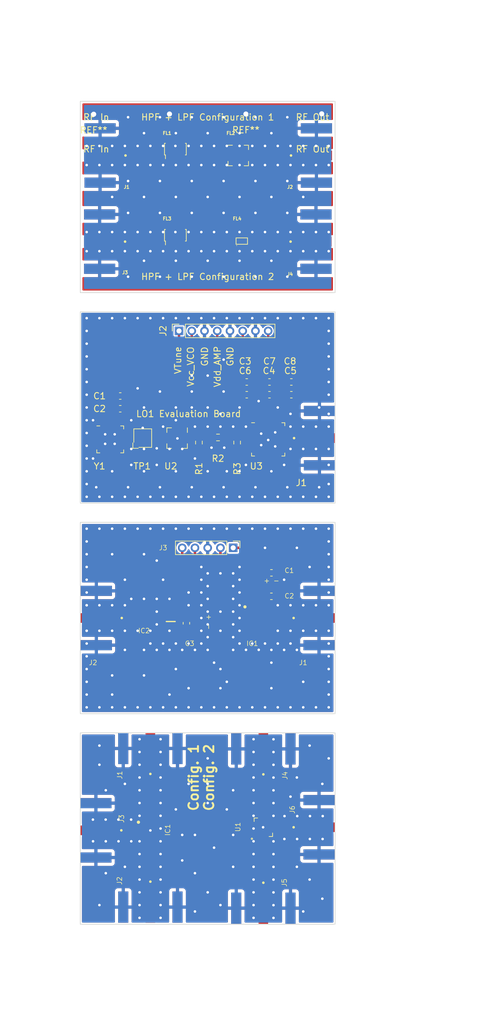
<source format=kicad_pcb>
(kicad_pcb (version 20211014) (generator pcbnew)
  (layers (0 "F.Cu" signal) (31 "B.Cu" signal) (34 "B.Paste" user) (35 "F.Paste" user) (36 "B.SilkS" user "B.Silkscreen") (37 "F.SilkS" user "F.Silkscreen") (38 "B.Mask" user) (39 "F.Mask" user) (44 "Edge.Cuts" user))
  (net 0 "")
  (footprint "Capacitor_SMD:C_0603_1608Metric_Pad1.08x0.95mm_HandSolder" (layer "F.Cu") (at 140 113.6)
    (fp_text reference "C2")
    (fp_text value "10 nF")
  )
  (footprint "SamacSys_Parts:QFN51P300X300X89-13N" (layer "F.Cu") (at 121.000011 150.282499)
    (fp_text reference "IC1")
    (fp_text value "MDB-44H+" hide)
  )
  (footprint "SamacSys_Parts:SOP65P488X110-9N" (layer "F.Cu") (at 122 116 180)
    (fp_text reference "IC2")
    (fp_text value "HMC358MS8GE" hide)
  )
  (footprint "Capacitor_SMD:C_0603_1608Metric" (layer "F.Cu") (at 116.272501 82.200001)
    (fp_text reference "C1")
    (fp_text value "10 nF")
  )
  (footprint "GGS_Connectors:LINX_CONSMA020.062-G" (layer "F.Cu") (at 138.74 164.9325)
    (fp_text reference "J5")
    (fp_text value "SMA")
  )
  (footprint "Resistor_SMD:R_0603_1608Metric" (layer "F.Cu") (at 131.6225 88.7)
    (fp_text reference "R2")
    (fp_text value "50 R")
  )
  (footprint "GGS_Connectors:LINX_CONSMA020.062-G" (layer "F.Cu") (at 110 150.2825 -90)
    (fp_text reference "J3")
    (fp_text value "SMA")
  )
  (footprint "GGS_Connectors:LINX_CONSMA020.062-G" (layer "F.Cu") (at 138.74 135.0675 180)
    (fp_text reference "J4")
    (fp_text value "SMA")
  )
  (footprint "Capacitor_SMD:C_0603_1608Metric" (layer "F.Cu") (at 139.7 82)
    (fp_text reference "C4")
    (fp_text value "100 pF")
  )
  (footprint "Package_DFN_QFN:QFN-32-1EP_5x5mm_P0.5mm_EP3.6x3.6mm" (layer "F.Cu") (at 139.499992 89)
    (fp_text reference "U3")
    (fp_text value "HMC516")
  )
  (footprint "Resistor_SMD:R_0603_1608Metric" (layer "F.Cu") (at 134.6225 89.5 90)
    (fp_text reference "R3")
    (fp_text value "100 R")
  )
  (footprint "GGS_Connectors:LINX_CONSMA020.062-G" (layer "F.Cu") (at 149.9325 117 90)
    (fp_text reference "J1")
    (fp_text value "SMA")
  )
  (footprint "GGS_RF:JC0603C-1" (layer "F.Cu") (at 134.55301 58.315999)
    (fp_text reference "FL4")
    (fp_text value "LFCW-8000+")
  )
  (footprint "Package_DFN_QFN:QFN-24-1EP_4x4mm_P0.5mm_EP2.7x2.7mm" (layer "F.Cu") (at 114.697501 89)
    (fp_text reference "Y1")
    (fp_text value "HMC506LP4")
  )
  (footprint "Capacitor_SMD:C_0603_1608Metric" (layer "F.Cu") (at 136.1325 80 180)
    (fp_text reference "C6")
    (fp_text value "2.2 uF")
  )
  (footprint "SamacSys_Parts:QFN50P400X400X100-25N" (layer "F.Cu") (at 138.250007 117.249999)
    (fp_text reference "IC1")
    (fp_text value "HMC506LP4E" hide)
  )
  (footprint "GGS_Miscellaneous:Grapa_0.8mm_11.9mm" (layer "F.Cu") (at 136 41)
    (fp_text reference "REF**")
    (fp_text value "Grapa_0.8mm_11.9mm")
  )
  (footprint "Capacitor_SMD:C_0603_1608Metric" (layer "F.Cu") (at 143.1325 82)
    (fp_text reference "C8")
    (fp_text value "2.2 uF")
  )
  (footprint "Capacitor_SMD:C_0603_1608Metric" (layer "F.Cu") (at 116.272501 84.200001)
    (fp_text reference "C2")
    (fp_text value "4.7 uF")
  )
  (footprint "Connector_PinHeader_2.00mm:PinHeader_1x05_P2.00mm_Vertical" (layer "F.Cu") (at 134 106 -90)
    (fp_text reference "J3")
    (fp_text value "Conn_01x05")
  )
  (footprint "GGS_Connectors:LINX_CONSMA020.062-G" (layer "F.Cu") (at 149.4525 58 90)
    (fp_text reference "J4")
    (fp_text value "SMA")
  )
  (footprint "Package_DFN_QFN:QFN-12-1EP_3x3mm_P0.5mm_EP1.65x1.65mm" (layer "F.Cu") (at 125.2 88.8 -90)
    (fp_text reference "U2")
    (fp_text value "CY2-44+")
  )
  (footprint "GGS_Miscellaneous:Grapa_0.8mm_11.9mm" (layer "F.Cu") (at 112.1 41.032701)
    (fp_text reference "REF**")
    (fp_text value "Grapa_0.8mm_11.9mm")
  )
  (footprint "Capacitor_SMD:C_0603_1608Metric" (layer "F.Cu") (at 143.1325 80)
    (fp_text reference "C5")
    (fp_text value "100 pF")
  )
  (footprint "Resistor_SMD:R_0603_1608Metric" (layer "F.Cu") (at 128.6225 89.5 -90)
    (fp_text reference "R1")
    (fp_text value "100 R")
  )
  (footprint "GGS_Connectors:LINX_CONSMA020.062-G" (layer "F.Cu") (at 150 88.8 90)
    (fp_text reference "J1")
    (fp_text value "SMA")
  )
  (footprint "GGS_Connectors:LINX_CONSMA020.062-G" (layer "F.Cu") (at 121 135 180)
    (fp_text reference "J1")
    (fp_text value "SMA")
  )
  (footprint "GGS_Connectors:LINX_CONSMA020.062-G" (layer "F.Cu") (at 149.9325 149.8 90)
    (fp_text reference "J6")
    (fp_text value "SMA")
  )
  (footprint "GGS_Connectors:LINX_CONSMA020.062-G" (layer "F.Cu") (at 149.52 44.5 90)
    (fp_text reference "J2")
    (fp_text value "SMA" hide)
  )
  (footprint "GGS_Connectors:LINX_CONSMA020.062-G" (layer "F.Cu") (at 110.5875 58 -90)
    (fp_text reference "J3")
    (fp_text value "SMA")
  )
  (footprint "Package_DFN_QFN:QFN-12-1EP_3x3mm_P0.51mm_EP1.45x1.45mm" (layer "F.Cu") (at 134.8 44.499998)
    (fp_text reference "FL2")
    (fp_text value "XLF-962+")
  )
  (footprint "Mixer_2:HMC260ALC3B" (layer "F.Cu") (at 138.740006 149.800001 90)
    (fp_text reference "U1")
    (fp_text value "HMC260ALC3B")
  )
  (footprint "GGS_Connectors:LINX_CONSMA020.062-G" (layer "F.Cu") (at 121 164.765)
    (fp_text reference "J2")
    (fp_text value "SMA")
  )
  (footprint "Capacitor_SMD:C_0603_1608Metric" (layer "F.Cu") (at 139.7 80)
    (fp_text reference "C7")
    (fp_text value "2.2 uF")
  )
  (footprint "Capacitor_SMD:C_0603_1608Metric_Pad1.08x0.95mm_HandSolder" (layer "F.Cu") (at 140.01 109.92)
    (fp_text reference "C1")
    (fp_text value "4.7 uF")
  )
  (footprint "Filter:Filter_Mini-Circuits_FV1206-1" (layer "F.Cu") (at 124.928333 57 90)
    (fp_text reference "FL3")
    (fp_text value "HFCN-5500")
  )
  (footprint "Capacitor_SMD:C_0603_1608Metric" (layer "F.Cu") (at 136.1325 82 180)
    (fp_text reference "C3")
    (fp_text value "100 pF")
  )
  (footprint "GGS_Connectors:LINX_CONSMA020.062-G" (layer "F.Cu") (at 110.655 44.5 -90)
    (fp_text reference "J1")
    (fp_text value "SMA" hide)
  )
  (footprint "GGS_Connectors:CoaxialSwitch_Hirose_MS-156C3_Horizontal" (layer "F.Cu") (at 119.8 88.800001)
    (fp_text reference "TP1")
    (fp_text value "MS-156C")
  )
  (footprint "Capacitor_SMD:C_0603_1608Metric_Pad1.08x0.95mm_HandSolder" (layer "F.Cu") (at 126.66 117.82 -90)
    (fp_text reference "C3")
    (fp_text value "10 uF")
  )
  (footprint "Connector_PinSocket_2.00mm:PinSocket_1x08_P2.00mm_Vertical" (layer "F.Cu") (at 125.5 72 90)
    (fp_text reference "J2")
    (fp_text value "Conn_01x08")
  )
  (footprint "Filter:Filter_Mini-Circuits_FV1206-1" (layer "F.Cu") (at 124.928333 43.500001 90)
    (fp_text reference "FL1")
    (fp_text value "HFCN-5500")
  )
  (footprint "GGS_Connectors:LINX_CONSMA020.062-G" (layer "F.Cu") (at 110.0675 117 -90)
    (fp_text reference "J2")
    (fp_text value "SMA")
  )
  (gr_rect (start 110 36) (end 150 66) (layer "Edge.Cuts") (width 0.1) (fill none))
  (gr_rect (start 110 99) (end 150 69) (layer "Edge.Cuts") (width 0.1) (fill none))
  (gr_rect (start 110 165) (end 150 135) (layer "Edge.Cuts") (width 0.1) (fill none))
  (gr_rect (start 150 102) (end 110 132) (layer "Edge.Cuts") (width 0.1) (fill none))
  (gr_text "+ -" (at 140.03 111.14) (layer "F.SilkS") (effects (font (size 0.75 0.75) (thickness 0.1))))
  (gr_text "HPF + LPF Configuration 2" (at 130 63.5) (layer "F.SilkS") (effects (font (size 1 1))))
  (gr_text "Vcc_VCO" (at 127.33 77.6 90) (layer "F.SilkS") (effects (font (size 1 1))))
  (gr_text "GND" (at 129.53 76 90) (layer "F.SilkS") (effects (font (size 1 1))))
  (gr_text "LO1 Evaluation Board" (at 127 85) (layer "F.SilkS") (effects (font (size 1 1))))
  (gr_text "GND" (at 133.53 76 90) (layer "F.SilkS") (effects (font (size 1 1))))
  (gr_text "Config. 1\nConfig. 2" (at 129 142 90) (layer "F.SilkS") (effects (font (size 1.5 1.5) (thickness 0.3))))
  (gr_text "HPF + LPF Configuration 1" (at 130 38.5) (layer "F.SilkS") (effects (font (size 1 1))))
  (gr_text "+ -" (at 130.21 117.62 270) (layer "F.SilkS") (effects (font (size 0.75 0.75) (thickness 0.1))))
  (gr_text "RF In" (at 112.5 38.5) (layer "F.SilkS") (effects (font (size 1.016 1.016) (thickness 0.1524))))
  (gr_text "Vdd_AMP" (at 131.53 77.6 90) (layer "F.SilkS") (effects (font (size 1 1))))
  (gr_text "VTune" (at 125.33 76.6 90) (layer "F.SilkS") (effects (font (size 1 1))))
  (gr_text "RF In" (at 112.5 43.5) (layer "F.SilkS") (effects (font (size 1.016 1.016) (thickness 0.1524))))
  (gr_text "RF Out" (at 146.464 43.5) (layer "F.SilkS") (effects (font (size 1.016 1.016) (thickness 0.1524))))
  (gr_text "RF Out" (at 146.464 38.5) (layer "F.SilkS") (effects (font (size 1.016 1.016) (thickness 0.1524))))
  (segment (start 136.9075 84.025) (end 136.9075 82) (width 0.381) (layer "F.Cu") (net 0))
  (segment (start 115.447501 87.0375) (end 115.447501 80.975001) (width 0.381) (layer "F.Cu") (net 0))
  (segment (start 139.034966 113.56) (end 139.000007 113.594959) (width 0.4) (layer "F.Cu") (net 0))
  (segment (start 132 107.5) (end 132 106) (width 0.4) (layer "F.Cu") (net 0))
  (segment (start 118.025 116.975) (end 119.8 116.975) (width 0.4) (layer "F.Cu") (net 0))
  (segment (start 138.925 78.825) (end 135.5 75.4) (width 0.381) (layer "F.Cu") (net 0))
  (segment (start 126.66 116.9575) (end 126.9575 116.9575) (width 0.4) (layer "F.Cu") (net 0))
  (segment (start 113.3875 58) (end 123.578603 58) (width 1.58242) (layer "F.Cu") (net 0))
  (segment (start 138.000007 115.199999) (end 138.000007 110.000007) (width 0.4) (layer "F.Cu") (net 0))
  (segment (start 132.5 108) (end 132 107.5) (width 0.4) (layer "F.Cu") (net 0))
  (segment (start 118.689999 88.75) (end 118.74 88.800001) (width 0.381) (layer "F.Cu") (net 0))
  (segment (start 134.62801 57.915999) (end 134.173999 57.915999) (width 0.254) (layer "F.Cu") (net 0))
  (segment (start 131.5 73.43375) (end 131.5 72) (width 0.381) (layer "F.Cu") (net 0))
  (segment (start 135.774999 88.749999) (end 135.7 88.675) (width 0.4) (layer "F.Cu") (net 0))
  (segment (start 123.3 76.7) (end 125.5 74.5) (width 0.381) (layer "F.Cu") (net 0))
  (segment (start 138.749988 85.867488) (end 136.9075 84.025) (width 0.381) (layer "F.Cu") (net 0))
  (segment (start 138.749988 86.549999) (end 138.749988 85.867488) (width 0.381) (layer "F.Cu") (net 0))
  (segment (start 136 108) (end 132.5 108) (width 0.4) (layer "F.Cu") (net 0))
  (segment (start 118 90.5) (end 118.884999 89.615001) (width 0.4) (layer "F.Cu") (net 0))
  (segment (start 119.8 87.2) (end 119.8 86.4) (width 0.4) (layer "F.Cu") (net 0))
  (segment (start 135.35301 57.590999) (end 135.35301 56.53701) (width 0.4) (layer "F.Cu") (net 0))
  (segment (start 118 90.5) (end 118 90) (width 0.4) (layer "F.Cu") (net 0))
  (segment (start 146.6525 58) (end 136.67 58) (width 1.58242) (layer "F.Cu") (net 0))
  (segment (start 147.1325 117) (end 142 117) (width 1.62306) (layer "F.Cu") (net 0))
  (segment (start 126.6625 88.8) (end 127.776261 88.8) (width 0.4) (layer "F.Cu") (net 0))
  (segment (start 142.3575 78.8575) (end 139.5 76) (width 0.381) (layer "F.Cu") (net 0))
  (segment (start 112.8675 117) (end 118 117) (width 1.62306) (layer "F.Cu") (net 0))
  (segment (start 139.044966 113.55) (end 139.034966 113.56) (width 0.4) (layer "F.Cu") (net 0))
  (segment (start 119.8 87.985001) (end 119.8 87.4) (width 0.4) (layer "F.Cu") (net 0))
  (segment (start 125.918333 58.025) (end 126.663 58.025) (width 0.254) (layer "F.Cu") (net 0))
  (segment (start 114.447501 87.0375) (end 114.447501 79.252499) (width 0.381) (layer "F.Cu") (net 0))
  (segment (start 124.2 116.975) (end 126.6425 116.975) (width 0.4) (layer "F.Cu") (net 0))
  (segment (start 119.8 87.4) (end 119.8 87.2) (width 0.4) (layer "F.Cu") (net 0))
  (segment (start 138.74 147) (end 138.740006 147.000006) (width 0.4) (layer "F.Cu") (net 0))
  (segment (start 139.044966 109.88) (end 139.044966 113.55) (width 0.4) (layer "F.Cu") (net 0))
  (segment (start 137 118.5) (end 138.25 117.25) (width 0.25) (layer "F.Cu") (net 0))
  (segment (start 126 114.975) (end 126 106) (width 0.4) (layer "F.Cu") (net 0))
  (segment (start 140.749988 85.632512) (end 142.3575 84.025) (width 0.381) (layer "F.Cu") (net 0))
  (segment (start 142.3575 80) (end 142.3575 78.8575) (width 0.381) (layer "F.Cu") (net 0))
  (segment (start 127.5 74.6) (end 127.5 72) (width 0.381) (layer "F.Cu") (net 0))
  (segment (start 138.740006 147.000006) (end 138.740006 148.300001) (width 0.4) (layer "F.Cu") (net 0))
  (segment (start 139.5 76) (end 139.5 72) (width 0.381) (layer "F.Cu") (net 0))
  (segment (start 113.455 44.5) (end 123.298 44.5) (width 1.58242) (layer "F.Cu") (net 0))
  (segment (start 139.000007 113.594959) (end 139.000007 115.199999) (width 0.4) (layer "F.Cu") (net 0))
  (segment (start 125.5 74.5) (end 125.5 72) (width 0.381) (layer "F.Cu") (net 0))
  (segment (start 118.285989 150.282499) (end 118.28349 150.28) (width 0.4) (layer "F.Cu") (net 0))
  (segment (start 126.764 44.525001) (end 132.149749 44.525001) (width 1.58242) (layer "F.Cu") (net 0))
  (segment (start 137 106) (end 134 106) (width 0.4) (layer "F.Cu") (net 0))
  (segment (start 130.3 88.7) (end 127.876261 88.7) (width 1.4732) (layer "F.Cu") (net 0))
  (segment (start 125.2 88.8) (end 124.5 89.5) (width 0.4) (layer "F.Cu") (net 0))
  (segment (start 118 117) (end 118.025 116.975) (width 0.4) (layer "F.Cu") (net 0))
  (segment (start 139.5 118.5) (end 138.25 117.25) (width 0.25) (layer "F.Cu") (net 0))
  (segment (start 138.925 84.2925) (end 138.925 80) (width 0.381) (layer "F.Cu") (net 0))
  (segment (start 138.74 162.1325) (end 138.74 152.63) (width 1.52654) (layer "F.Cu") (net 0))
  (segment (start 135.7 88.675) (end 132.925 88.675) (width 1.4732) (layer "F.Cu") (net 0))
  (segment (start 121.000011 151.732499) (end 121.000011 153.039989) (width 0.4) (layer "F.Cu") (net 0))
  (segment (start 115.447501 80.975001) (end 117.422502 79) (width 0.381) (layer "F.Cu") (net 0))
  (segment (start 118.884999 89.615001) (end 119.8 89.615001) (width 0.4) (layer "F.Cu") (net 0))
  (segment (start 135.35301 57.590999) (end 135.35301 58.98699) (width 0.4) (layer "F.Cu") (net 0))
  (segment (start 114.447501 79.252499) (end 117 76.7) (width 0.381) (layer "F.Cu") (net 0))
  (segment (start 137.049988 88.749999) (end 135.774999 88.749999) (width 0.4) (layer "F.Cu") (net 0))
  (segment (start 123.7375 88.8) (end 122.5 88.8) (width 0.4) (layer "F.Cu") (net 0))
  (segment (start 121.000011 153.039989) (end 121 153.04) (width 0.4) (layer "F.Cu") (net 0))
  (segment (start 120.715001 89.615001) (end 119.8 89.615001) (width 0.4) (layer "F.Cu") (net 0))
  (segment (start 125.25 88.85) (end 125.9 89.5) (width 0.4) (layer "F.Cu") (net 0))
  (segment (start 125.2 88.8) (end 125.9 88.1) (width 0.4) (layer "F.Cu") (net 0))
  (segment (start 143.27 88.77) (end 141.932505 88.77) (width 0.4) (layer "F.Cu") (net 0))
  (segment (start 117.8 88.75) (end 117.9 88.75) (width 1.4732) (layer "F.Cu") (net 0))
  (segment (start 124.5 88.1) (end 124.5 87.4) (width 0.4) (layer "F.Cu") (net 0))
  (segment (start 140.749988 86.549999) (end 140.749988 85.632512) (width 0.381) (layer "F.Cu") (net 0))
  (segment (start 117 76.7) (end 117.322501 76.7) (width 0.381) (layer "F.Cu") (net 0))
  (segment (start 125.2 88.8) (end 125.25 88.85) (width 0.4) (layer "F.Cu") (net 0))
  (segment (start 125.2 88.8) (end 124.5 88.1) (width 0.4) (layer "F.Cu") (net 0))
  (segment (start 119.8 87.985001) (end 120.514999 87.985001) (width 0.4) (layer "F.Cu") (net 0))
  (segment (start 137.432 44.5) (end 137.431998 44.499998) (width 0.254) (layer "F.Cu") (net 0))
  (segment (start 120.514999 87.985001) (end 121.6 86.9) (width 0.4) (layer "F.Cu") (net 0))
  (segment (start 137.431998 44.499998) (end 136.2375 44.499998) (width 0.254) (layer "F.Cu") (net 0))
  (segment (start 125.9 88.1) (end 125.9 87.3) (width 0.4) (layer "F.Cu") (net 0))
  (segment (start 122 90.9) (end 120.715001 89.615001) (width 0.4) (layer "F.Cu") (net 0))
  (segment (start 136.9075 82) (end 136.9075 80) (width 0.381) (layer "F.Cu") (net 0))
  (segment (start 140.300007 116.999999) (end 142 117) (width 0.4) (layer "F.Cu") (net 0))
  (segment (start 126.6425 116.975) (end 126.66 116.9575) (width 0.4) (layer "F.Cu") (net 0))
  (segment (start 125.3 115.675) (end 126 114.975) (width 0.4) (layer "F.Cu") (net 0))
  (segment (start 146.72 44.5) (end 137.432 44.5) (width 1.58242) (layer "F.Cu") (net 0))
  (segment (start 143.3 88.8) (end 143.27 88.77) (width 0.4) (layer "F.Cu") (net 0))
  (segment (start 139.044966 109.88) (end 139.044966 108.044966) (width 0.4) (layer "F.Cu") (net 0))
  (segment (start 121 137.8) (end 121 147.56) (width 1.4732) (layer "F.Cu") (net 0))
  (segment (start 121.000011 147.600011) (end 121.000011 148.832499) (width 0.4) (layer "F.Cu") (net 0))
  (segment (start 140.240006 149.800001) (end 141.640001 149.800001) (width 0.4) (layer "F.Cu") (net 0))
  (segment (start 119.8 89.615001) (end 119.8 87.4) (width 0.4) (layer "F.Cu") (net 0))
  (segment (start 139.749988 85.117488) (end 139.749988 86.549999) (width 0.381) (layer "F.Cu") (net 0))
  (segment (start 119.085001 87.985001) (end 117.9 86.8) (width 0.4) (layer "F.Cu") (net 0))
  (segment (start 124.5 89.5) (end 124.5 90.4) (width 0.4) (layer "F.Cu") (net 0))
  (segment (start 117.3 76.7) (end 123.3 76.7) (width 0.381) (layer "F.Cu") (net 0))
  (segment (start 121.7 88.8) (end 122.5 88.8) (width 1.4732) (layer "F.Cu") (net 0))
  (segment (start 136.9075 80) (end 136.9075 78.84125) (width 0.381) (layer "F.Cu") (net 0))
  (segment (start 135.5 75.4) (end 135.5 72) (width 0.381) (layer "F.Cu") (net 0))
  (segment (start 119.8 87.985001) (end 119.085001 87.985001) (width 0.4) (layer "F.Cu") (net 0))
  (segment (start 121 161.965) (end 121 153.04) (width 1.54178) (layer "F.Cu") (net 0))
  (segment (start 147.1325 149.8) (end 141.68 149.8) (width 1.59258) (layer "F.Cu") (net 0))
  (segment (start 124.2 115.675) (end 125.3 115.675) (width 0.4) (layer "F.Cu") (net 0))
  (segment (start 139.044966 108.044966) (end 137 106) (width 0.4) (layer "F.Cu") (net 0))
  (segment (start 147.2 88.8) (end 143.5 88.8) (width 1.4732) (layer "F.Cu") (net 0))
  (segment (start 119.550011 150.282499) (end 118.285989 150.282499) (width 0.4) (layer "F.Cu") (net 0))
  (segment (start 138.740006 152.610006) (end 138.740006 151.300001) (width 0.4) (layer "F.Cu") (net 0))
  (segment (start 123.1 79) (end 127.5 74.6) (width 0.381) (layer "F.Cu") (net 0))
  (segment (start 136.9075 78.84125) (end 131.5 73.43375) (width 0.381) (layer "F.Cu") (net 0))
  (segment (start 112.8 150.2825) (end 118.28099 150.2825) (width 1.58242) (layer "F.Cu") (net 0))
  (segment (start 128 115.915) (end 128 106) (width 0.4) (layer "F.Cu") (net 0))
  (segment (start 126.764 58.126) (end 133.876 58.126) (width 1.58242) (layer "F.Cu") (net 0))
  (segment (start 125.9 89.5) (end 125.9 90.3) (width 0.4) (layer "F.Cu") (net 0))
  (segment (start 118.28099 150.2825) (end 118.28349 150.28) (width 1.58242) (layer "F.Cu") (net 0))
  (segment (start 123.608 58) (end 123.624 58.016) (width 0.84074) (layer "F.Cu") (net 0))
  (segment (start 127.776261 88.8) (end 127.876261 88.7) (width 0.4) (layer "F.Cu") (net 0))
  (segment (start 138.000007 110.000007) (end 136 108) (width 0.4) (layer "F.Cu") (net 0))
  (segment (start 139.749988 85.117488) (end 138.925 84.2925) (width 0.381) (layer "F.Cu") (net 0))
  (segment (start 142.3575 84.025) (end 142.3575 80) (width 0.381) (layer "F.Cu") (net 0))
  (segment (start 138.925 80) (end 138.925 78.825) (width 0.381) (layer "F.Cu") (net 0))
  (segment (start 133.3625 44.499998) (end 132.770002 44.499998) (width 0.254) (layer "F.Cu") (net 0))
  (segment (start 126.9575 116.9575) (end 128 115.915) (width 0.4) (layer "F.Cu") (net 0))
  (segment (start 138.74 137.8675) (end 138.74 147) (width 1.4732) (layer "F.Cu") (net 0))
  (segment (start 117.5 79) (end 123.1 79) (width 0.381) (layer "F.Cu") (net 0))
  (segment (start 125.918333 44.525001) (end 126.764 44.525001) (width 0.254) (layer "F.Cu") (net 0))
  (via (at 138.4 88.1) (size 0.8) (drill 0.4) (layers "F.Cu" "B.Cu") (net 0))
  (via (at 133 59.5) (size 0.8) (drill 0.4) (layers "F.Cu" "B.Cu") (net 0))
  (via (at 127 59.5) (size 0.8) (drill 0.4) (layers "F.Cu" "B.Cu") (net 0))
  (via (at 111 56.5) (size 0.8) (drill 0.4) (layers "F.Cu" "B.Cu") (net 0))
  (via (at 149 121) (size 0.8) (drill 0.4) (layers "F.Cu" "B.Cu") (net 0))
  (via (at 130 112) (size 0.8) (drill 0.4) (layers "F.Cu" "B.Cu") (net 0))
  (via (at 144 122) (size 0.8) (drill 0.4) (layers "F.Cu" "B.Cu") (net 0))
  (via (at 124.928333 56.5) (size 0.8) (drill 0.4) (layers "F.Cu" "B.Cu") (net 0))
  (via (at 114 157) (size 0.8) (drill 0.4) (layers "F.Cu" "B.Cu") (net 0))
  (via (at 137 70) (size 0.8) (drill 0.4) (layers "F.Cu" "B.Cu") (net 0))
  (via (at 125 86) (size 0.8) (drill 0.4) (layers "F.Cu" "B.Cu") (net 0))
  (via (at 146 137) (size 0.8) (drill 0.4) (layers "F.Cu" "B.Cu") (net 0))
  (via (at 145 59.5) (size 0.8) (drill 0.4) (layers "F.Cu" "B.Cu") (net 0))
  (via (at 115 51) (size 0.8) (drill 0.4) (layers "F.Cu" "B.Cu") (net 0))
  (via (at 125 121) (size 0.8) (drill 0.4) (layers "F.Cu" "B.Cu") (net 0))
  (via (at 122.5 53.5) (size 0.8) (drill 0.4) (layers "F.Cu" "B.Cu") (net 0))
  (via (at 119 59.5) (size 0.8) (drill 0.4) (layers "F.Cu" "B.Cu") (net 0))
  (via (at 138.4 89.9) (size 0.8) (drill 0.4) (layers "F.Cu" "B.Cu") (net 0))
  (via (at 130 79) (size 0.8) (drill 0.4) (layers "F.Cu" "B.Cu") (net 0))
  (via (at 121 131) (size 0.8) (drill 0.4) (layers "F.Cu" "B.Cu") (net 0))
  (via (at 111 127) (size 0.8) (drill 0.4) (layers "F.Cu" "B.Cu") (net 0))
  (via (at 133 94) (size 0.8) (drill 0.4) (layers "F.Cu" "B.Cu") (net 0))
  (via (at 149 82) (size 0.8) (drill 0.4) (layers "F.Cu" "B.Cu") (net 0))
  (via (at 125 51) (size 0.8) (drill 0.4) (layers "F.Cu" "B.Cu") (net 0))
  (via (at 140 61) (size 0.8) (drill 0.4) (layers "F.Cu" "B.Cu") (net 0))
  (via (at 130 139) (size 0.8) (drill 0.4) (layers "F.Cu" "B.Cu") (net 0))
  (via (at 129 113) (size 0.8) (drill 0.4) (layers "F.Cu" "B.Cu") (net 0))
  (via (at 119 46) (size 0.8) (drill 0.4) (layers "F.Cu" "B.Cu") (net 0))
  (via (at 139 131) (size 0.8) (drill 0.4) (layers "F.Cu" "B.Cu") (net 0))
  (via (at 112 86) (size 0.8) (drill 0.4) (layers "F.Cu" "B.Cu") (net 0))
  (via (at 111 72) (size 0.8) (drill 0.4) (layers "F.Cu" "B.Cu") (net 0))
  (via (at 145 127) (size 0.8) (drill 0.4) (layers "F.Cu" "B.Cu") (net 0))
  (via (at 135 115) (size 0.8) (drill 0.4) (layers "F.Cu" "B.Cu") (net 0))
  (via (at 140.33 162.01) (size 0.8) (drill 0.4) (layers "F.Cu" "B.Cu") (net 0))
  (via (at 149 70) (size 0.8) (drill 0.4) (layers "F.Cu" "B.Cu") (net 0))
  (via (at 149 93) (size 0.8) (drill 0.4) (layers "F.Cu" "B.Cu") (net 0))
  (via (at 111 115) (size 0.8) (drill 0.4) (layers "F.Cu" "B.Cu") (net 0))
  (via (at 140.33 156.01) (size 0.8) (drill 0.4) (layers "F.Cu" "B.Cu") (net 0))
  (via (at 122 118) (size 0.8) (drill 0.4) (layers "F.Cu" "B.Cu") (net 0))
  (via (at 121 56.5) (size 0.8) (drill 0.4) (layers "F.Cu" "B.Cu") (net 0))
  (via (at 121 70) (size 0.8) (drill 0.4) (layers "F.Cu" "B.Cu") (net 0))
  (via (at 145 131) (size 0.8) (drill 0.4) (layers "F.Cu" "B.Cu") (net 0))
  (via (at 111 80) (size 0.8) (drill 0.4) (layers "F.Cu" "B.Cu") (net 0))
  (via (at 122.6 146) (size 0.8) (drill 0.4) (layers "F.Cu" "B.Cu") (net 0))
  (via (at 131 59.5) (size 0.8) (drill 0.4) (layers "F.Cu" "B.Cu") (net 0))
  (via (at 127 143) (size 0.8) (drill 0.4) (layers "F.Cu" "B.Cu") (net 0))
  (via (at 112 92) (size 0.8) (drill 0.4) (layers "F.Cu" "B.Cu") (net 0))
  (via (at 149 85) (size 0.8) (drill 0.4) (layers "F.Cu" "B.Cu") (net 0))
  (via (at 124.928333 43) (size 0.8) (drill 0.4) (layers "F.Cu" "B.Cu") (net 0))
  (via (at 137 131) (size 0.8) (drill 0.4) (layers "F.Cu" "B.Cu") (net 0))
  (via (at 147 46) (size 0.8) (drill 0.4) (layers "F.Cu" "B.Cu") (net 0))
  (via (at 125 125) (size 0.8) (drill 0.4) (layers "F.Cu" "B.Cu") (net 0))
  (via (at 115 126) (size 0.8) (drill 0.4) (layers "F.Cu" "B.Cu") (net 0))
  (via (at 133 147) (size 0.8) (drill 0.4) (layers "F.Cu" "B.Cu") (net 0))
  (via (at 137 46) (size 0.8) (drill 0.4) (layers "F.Cu" "B.Cu") (net 0))
  (via (at 111 98) (size 0.8) (drill 0.4) (layers "F.Cu" "B.Cu") (net 0))
  (via (at 122.6 154) (size 0.8) (drill 0.4) (layers "F.Cu" "B.Cu") (net 0))
  (via (at 149 59.5) (size 0.8) (drill 0.4) (layers "F.Cu" "B.Cu") (net 0))
  (via (at 145 103) (size 0.8) (drill 0.4) (layers "F.Cu" "B.Cu") (net 0))
  (via (at 139 59.5) (size 0.8) (drill 0.4) (layers "F.Cu" "B.Cu") (net 0))
  (via (at 119.3 140) (size 0.8) (drill 0.4) (layers "F.Cu" "B.Cu") (net 0))
  (via (at 137 59.5) (size 0.8) (drill 0.4) (layers "F.Cu" "B.Cu") (net 0))
  (via (at 132.5 96.5) (size 0.8) (drill 0.4) (layers "F.Cu" "B.Cu") (net 0))
  (via (at 119.3 136) (size 0.8) (drill 0.4) (layers "F.Cu" "B.Cu") (net 0))
  (via (at 134 120) (size 0.8) (drill 0.4) (layers "F.Cu" "B.Cu") (net 0))
  (via (at 117 122) (size 0.8) (drill 0.4) (layers "F.Cu" "B.Cu") (net 0))
  (via (at 127.5 63.5) (size 0.8) (drill 0.4) (layers "F.Cu" "B.Cu") (net 0))
  (via (at 140.33 152.01) (size 0.8) (drill 0.4) (layers "F.Cu" "B.Cu") (net 0))
  (via (at 127 115) (size 0.8) (drill 0.4) (layers "F.Cu" "B.Cu") (net 0))
  (via (at 146 158) (size 0.8) (drill 0.4) (layers "F.Cu" "B.Cu") (net 0))
  (via (at 117 56.5) (size 0.8) (drill 0.4) (layers "F.Cu" "B.Cu") (net 0))
  (via (at 119 56.5) (size 0.8) (drill 0.4) (layers "F.Cu" "B.Cu") (net 0))
  (via (at 147.5 84) (size 0.8) (drill 0.4) (layers "F.Cu" "B.Cu") (net 0))
  (via (at 136.014577 121.990329) (size 0.8) (drill 0.4) (layers "F.Cu" "B.Cu") (net 0))
  (via (at 122.5 81.5) (size 0.8) (drill 0.4) (layers "F.Cu" "B.Cu") (net 0))
  (via (at 147 98) (size 0.8) (drill 0.4) (layers "F.Cu" "B.Cu") (net 0))
  (via (at 126 151) (size 0.8) (drill 0.4) (layers "F.Cu" "B.Cu") (net 0))
  (via (at 113.9 88.2) (size 0.8) (drill 0.4) (layers "F.Cu" "B.Cu") (net 0))
  (via (at 119.3 138) (size 0.8) (drill 0.4) (layers "F.Cu" "B.Cu") (net 0))
  (via (at 131 98) (size 0.8) (drill 0.4) (layers "F.Cu" "B.Cu") (net 0))
  (via (at 143 85) (size 0.8) (drill 0.4) (layers "F.Cu" "B.Cu") (net 0))
  (via (at 137.5 96.5) (size 0.8) (drill 0.4) (layers "F.Cu" "B.Cu") (net 0))
  (via (at 119.8 87.2) (size 0.8) (drill 0.4) (layers "F.Cu" "B.Cu") (net 0))
  (via (at 117 111) (size 0.8) (drill 0.4) (layers "F.Cu" "B.Cu") (net 0))
  (via (at 127 43) (size 0.8) (drill 0.4) (layers "F.Cu" "B.Cu") (net 0))
  (via (at 141 115) (size 0.8) (drill 0.4) (layers "F.Cu" "B.Cu") (net 0))
  (via (at 121 103) (size 0.8) (drill 0.4) (layers "F.Cu" "B.Cu") (net 0))
  (via (at 135 103) (size 0.8) (drill 0.4) (layers "F.Cu" "B.Cu") (net 0))
  (via (at 119.3 152) (size 0.8) (drill 0.4) (layers "F.Cu" "B.Cu") (net 0))
  (via (at 129 117) (size 0.8) (drill 0.4) (layers "F.Cu" "B.Cu") (net 0))
  (via (at 126 155) (size 0.8) (drill 0.4) (layers "F.Cu" "B.Cu") (net 0))
  (via (at 119.3 148) (size 0.8) (drill 0.4) (layers "F.Cu" "B.Cu") (net 0))
  (via (at 123 43) (size 0.8) (drill 0.4) (layers "F.Cu" "B.Cu") (net 0))
  (via (at 135 111) (size 0.8) (drill 0.4) (layers "F.Cu" "B.Cu") (net 0))
  (via (at 122.5 38.5) (size 0.8) (drill 0.4) (layers "F.Cu" "B.Cu") (net 0))
  (via (at 117.98 148.6) (size 0.8) (drill 0.4) (layers "F.Cu" "B.Cu") (net 0))
  (via (at 122 116) (size 0.8) (drill 0.4) (layers "F.Cu" "B.Cu") (net 0))
  (via (at 115 107) (size 0.8) (drill 0.4) (layers "F.Cu" "B.Cu") (net 0))
  (via (at 132 162) (size 0.8) (drill 0.4) (layers "F.Cu" "B.Cu") (net 0))
  (via (at 123 103) (size 0.8) (drill 0.4) (layers "F.Cu" "B.Cu") (net 0))
  (via (at 147 119) (size 0.8) (drill 0.4) (layers "F.Cu" "B.Cu") (net 0))
  (via (at 119 81) (size 0.8) (drill 0.4) (layers "F.Cu" "B.Cu") (net 0))
  (via (at 145 90.5) (size 0.8) (drill 0.4) (layers "F.Cu" "B.Cu") (net 0))
  (via (at 140.33 146.01) (size 0.8) (drill 0.4) (layers "F.Cu" "B.Cu") (net 0))
  (via (at 140 128) (size 0.8) (drill 0.4) (layers "F.Cu" "B.Cu") (net 0))
  (via (at 118 152) (size 0.8) (drill 0.4) (layers "F.Cu" "B.Cu") (net 0))
  (via (at 122.6 164) (size 0.8) (drill 0.4) (layers "F.Cu" "B.Cu") (net 0))
  (via (at 140.6 90.1) (size 0.8) (drill 0.4) (layers "F.Cu" "B.Cu") (net 0))
  (via (at 111 107) (size 0.8) (drill 0.4) (layers "F.Cu" "B.Cu") (net 0))
  (via (at 119.3 146) (size 0.8) (drill 0.4) (layers "F.Cu" "B.Cu") (net 0))
  (via (at 130 160) (size 0.8) (drill 0.4) (layers "F.Cu" "B.Cu") (net 0))
  (via (at 139 98) (size 0.8) (drill 0.4) (layers "F.Cu" "B.Cu") (net 0))
  (via (at 121 59.5) (size 0.8) (drill 0.4) (layers "F.Cu" "B.Cu") (net 0))
  (via (at 142.5 63.5) (size 0.8) (drill 0.4) (layers "F.Cu" "B.Cu") (net 0))
  (via (at 129 115) (size 0.8) (drill 0.4) (layers "F.Cu" "B.Cu") (net 0))
  (via (at 131 124) (size 0.8) (drill 0.4) (layers "F.Cu" "B.Cu") (net 0))
  (via (at 117.5 38.5) (size 0.8) (drill 0.4) (layers "F.Cu" "B.Cu") (net 0))
  (via (at 147 43) (size 0.8) (drill 0.4) (layers "F.Cu" "B.Cu") (net 0))
  (via (at 133 70) (size 0.8) (drill 0.4) (layers "F.Cu" "B.Cu") (net 0))
  (via (at 143 98) (size 0.8) (drill 0.4) (layers "F.Cu" "B.Cu") (net 0))
  (via (at 142.5 96.5) (size 0.8) (drill 0.4) (layers "F.Cu" "B.Cu") (net 0))
  (via (at 125 84) (size 0.8) (drill 0.4) (layers "F.Cu" "B.Cu") (net 0))
  (via (at 122.6 144) (size 0.8) (drill 0.4) (layers "F.Cu" "B.Cu") (net 0))
  (via (at 148 161) (size 0.8) (drill 0.4) (layers "F.Cu" "B.Cu") (net 0))
  (via (at 137.2 164) (size 0.8) (drill 0.4) (layers "F.Cu" "B.Cu") (net 0))
  (via (at 139 43) (size 0.8) (drill 0.4) (layers "F.Cu" "B.Cu") (net 0))
  (via (at 113.9 89.7) (size 0.8) (drill 0.4) (layers "F.Cu" "B.Cu") (net 0))
  (via (at 148.04 151.64) (size 0.8) (drill 0.4) (layers "F.Cu" "B.Cu") (net 0))
  (via (at 137.5 63.5) (size 0.8) (drill 0.4) (layers "F.Cu" "B.Cu") (net 0))
  (via (at 130 118) (size 0.8) (drill 0.4) (layers "F.Cu" "B.Cu") (net 0))
  (via (at 129 121) (size 0.8) (drill 0.4) (layers "F.Cu" "B.Cu") (net 0))
  (via (at 145 56.5) (size 0.8) (drill 0.4) (layers "F.Cu" "B.Cu") (net 0))
  (via (at 143 46) (size 0.8) (drill 0.4) (layers "F.Cu" "B.Cu") (net 0))
  (via (at 128 87) (size 0.8) (drill 0.4) (layers "F.Cu" "B.Cu") (net 0))
  (via (at 127 113) (size 0.8) (drill 0.4) (layers "F.Cu" "B.Cu") (net 0))
  (via (at 121 43) (size 0.8) (drill 0.4) (layers "F.Cu" "B.Cu") (net 0))
  (via (at 139 56.5) (size 0.8) (drill 0.4) (layers "F.Cu" "B.Cu") (net 0))
  (via (at 135 94) (size 0.8) (drill 0.4) (layers "F.Cu" "B.Cu") (net 0))
  (via (at 130 94) (size 0.8) (drill 0.4) (layers "F.Cu" "B.Cu") (net 0))
  (via (at 149 127) (size 0.8) (drill 0.4) (layers "F.Cu" "B.Cu") (net 0))
  (via (at 128 122) (size 0.8) (drill 0.4) (layers "F.Cu" "B.Cu") (net 0))
  (via (at 111 131) (size 0.8) (drill 0.4) (layers "F.Cu" "B.Cu") (net 0))
  (via (at 113 162) (size 0.8) (drill 0.4) (layers "F.Cu" "B.Cu") (net 0))
  (via (at 135 121) (size 0.8) (drill 0.4) (layers "F.Cu" "B.Cu") (net 0))
  (via (at 144 156) (size 0.8) (drill 0.4) (layers "F.Cu" "B.Cu") (net 0))
  (via (at 140 124) (size 0.8) (drill 0.4) (layers "F.Cu" "B.Cu") (net 0))
  (via (at 119.3 158) (size 0.8) (drill 0.4) (layers "F.Cu" "B.Cu") (net 0))
  (via (at 111 92) (size 0.8) (drill 0.4) (layers "F.Cu" "B.Cu") (net 0))
  (via (at 111 96) (size 0.8) (drill 0.4) (layers "F.Cu" "B.Cu") (net 0))
  (via (at 111 94) (size 0.8) (drill 0.4) (layers "F.Cu" "B.Cu") (net 0))
  (via (at 138.014577 121.990329) (size 0.8) (drill 0.4) (layers "F.Cu" "B.Cu") (net 0))
  (via (at 149 87) (size 0.8) (drill 0.4) (layers "F.Cu" "B.Cu") (net 0))
  (via (at 143 121) (size 0.8) (drill 0.4) (layers "F.Cu" "B.Cu") (net 0))
  (via (at 113.98 148.6) (size 0.8) (drill 0.4) (layers "F.Cu" "B.Cu") (net 0))
  (via (at 142.5 53.5) (size 0.8) (drill 0.4) (layers "F.Cu" "B.Cu") (net 0))
  (via (at 127 128) (size 0.8) (drill 0.4) (layers "F.Cu" "B.Cu") (net 0))
  (via (at 124 122) (size 0.8) (drill 0.4) (layers "F.Cu" "B.Cu") (net 0))
  (via (at 113 115) (size 0.8) (drill 0.4) (layers "F.Cu" "B.Cu") (net 0))
  (via (at 121 150.3) (size 0.8) (drill 0.4) (layers "F.Cu" "B.Cu") (net 0))
  (via (at 149 78) (size 0.8) (drill 0.4) (layers "F.Cu" "B.Cu") (net 0))
  (via (at 145 98) (size 0.8) (drill 0.4) (layers "F.Cu" "B.Cu") (net 0))
  (via (at 137.2 156) (size 0.8) (drill 0.4) (layers "F.Cu" "B.Cu") (net 0))
  (via (at 127.5 38.5) (size 0.8) (drill 0.4) (layers "F.Cu" "B.Cu") (net 0))
  (via (at 111 76) (size 0.8) (drill 0.4) (layers "F.Cu" "B.Cu") (net 0))
  (via (at 137.5 38.5) (size 0.8) (drill 0.4) (layers "F.Cu" "B.Cu") (net 0))
  (via (at 111 78) (size 0.8) (drill 0.4) (layers "F.Cu" "B.Cu") (net 0))
  (via (at 111.98 148.6) (size 0.8) (drill 0.4) (layers "F.Cu" "B.Cu") (net 0))
  (via (at 149 76) (size 0.8) (drill 0.4) (layers "F.Cu" "B.Cu") (net 0))
  (via (at 112 152) (size 0.8) (drill 0.4) (layers "F.Cu" "B.Cu") (net 0))
  (via (at 124 90.5) (size 0.8) (drill 0.4) (layers "F.Cu" "B.Cu") (net 0))
  (via (at 127.5 96.5) (size 0.8) (drill 0.4) (layers "F.Cu" "B.Cu") (net 0))
  (via (at 135 70) (size 0.8) (drill 0.4) (layers "F.Cu" "B.Cu") (net 0))
  (via (at 123 98) (size 0.8) (drill 0.4) (layers "F.Cu" "B.Cu") (net 0))
  (via (at 111 113) (size 0.8) (drill 0.4) (layers "F.Cu" "B.Cu") (net 0))
  (via (at 132.5 53.5) (size 0.8) (drill 0.4) (layers "F.Cu" "B.Cu") (net 0))
  (via (at 111 88) (size 0.8) (drill 0.4) (layers "F.Cu" "B.Cu") (net 0))
  (via (at 129 43) (size 0.8) (drill 0.4) (layers "F.Cu" "B.Cu") (net 0))
  (via (at 145 119) (size 0.8) (drill 0.4) (layers "F.Cu" "B.Cu") (net 0))
  (via (at 137.2 158) (size 0.8) (drill 0.4) (layers "F.Cu" "B.Cu") (net 0))
  (via (at 122.5 63.5) (size 0.8) (drill 0.4) (layers "F.Cu" "B.Cu") (net 0))
  (via (at 118 93) (size 0.8) (drill 0.4) (layers "F.Cu" "B.Cu") (net 0))
  (via (at 121 119) (size 0.8) (drill 0.4) (layers "F.Cu" "B.Cu") (net 0))
  (via (at 141 59.5) (size 0.8) (drill 0.4) (layers "F.Cu" "B.Cu") (net 0))
  (via (at 115 46) (size 0.8) (drill 0.4) (layers "F.Cu" "B.Cu") (net 0))
  (via (at 137.2 160) (size 0.8) (drill 0.4) (layers "F.Cu" "B.Cu") (net 0))
  (via (at 149 109) (size 0.8) (drill 0.4) (layers "F.Cu" "B.Cu") (net 0))
  (via (at 136 87) (size 0.8) (drill 0.4) (layers "F.Cu" "B.Cu") (net 0))
  (via (at 121 121) (size 0.8) (drill 0.4) (layers "F.Cu" "B.Cu") (net 0))
  (via (at 111 129) (size 0.8) (drill 0.4) (layers "F.Cu" "B.Cu") (net 0))
  (via (at 141 70) (size 0.8) (drill 0.4) (layers "F.Cu" "B.Cu") (net 0))
  (via (at 117 43) (size 0.8) (drill 0.4) (layers "F.Cu" "B.Cu") (net 0))
  (via (at 115 59.5) (size 0.8) (drill 0.4) (layers "F.Cu" "B.Cu") (net 0))
  (via (at 127.5 81.5) (size 0.8) (drill 0.4) (layers "F.Cu" "B.Cu") (net 0))
  (via (at 118 86) (size 0.8) (drill 0.4) (layers "F.Cu" "B.Cu") (net 0))
  (via (at 131 70) (size 0.8) (drill 0.4) (layers "F.Cu" "B.Cu") (net 0))
  (via (at 117.5 96.5) (size 0.8) (drill 0.4) (layers "F.Cu" "B.Cu") (net 0))
  (via (at 132.5 48.5) (size 0.8) (drill 0.4) (layers "F.Cu" "B.Cu") (net 0))
  (via (at 120 84) (size 0.8) (drill 0.4) (layers "F.Cu" "B.Cu") (net 0))
  (via (at 125 59.5) (size 0.8) (drill 0.4) (layers "F.Cu" "B.Cu") (net 0))
  (via (at 149 105) (size 0.8) (drill 0.4) (layers "F.Cu" "B.Cu") (net 0))
  (via (at 148 143) (size 0.8) (drill 0.4) (layers "F.Cu" "B.Cu") (net 0))
  (via (at 141 131) (size 0.8) (drill 0.4) (layers "F.Cu" "B.Cu") (net 0))
  (via (at 135 113) (size 0.8) (drill 0.4) (layers "F.Cu" "B.Cu") (net 0))
  (via (at 123 59.5) (size 0.8) (drill 0.4) (layers "F.Cu" "B.Cu") (net 0))
  (via (at 135 117) (size 0.8) (drill 0.4) (layers "F.Cu" "B.Cu") (net 0))
  (via (at 122.6 136) (size 0.8) (drill 0.4) (layers "F.Cu" "B.Cu") (net 0))
  (via (at 143 59.5) (size 0.8) (drill 0.4) (layers "F.Cu" "B.Cu") (net 0))
  (via (at 141 103) (size 0.8) (drill 0.4) (layers "F.Cu" "B.Cu") (net 0))
  (via (at 147 115) (size 0.8) (drill 0.4) (layers "F.Cu" "B.Cu") (net 0))
  (via (at 130 122) (size 0.8) (drill 0.4) (layers "F.Cu" "B.Cu") (net 0))
  (via (at 149 111) (size 0.8) (drill 0.4) (layers "F.Cu" "B.Cu") (net 0))
  (via (at 111 119) (size 0.8) (drill 0.4) (layers "F.Cu" "B.Cu") (net 0))
  (via (at 137.2 148) (size 0.8) (drill 0.4) (layers "F.Cu" "B.Cu") (net 0))
  (via (at 123 87) (size 0.8) (drill 0.4) (layers "F.Cu" "B.Cu") (net 0))
  (via (at 119 103) (size 0.8) (drill 0.4) (layers "F.Cu" "B.Cu") (net 0))
  (via (at 142 93) (size 0.8) (drill 0.4) (layers "F.Cu" "B.Cu") (net 0))
  (via (at 117.5 53.5) (size 0.8) (drill 0.4) (layers "F.Cu" "B.Cu") (net 0))
  (via (at 123 56.5) (size 0.8) (drill 0.4) (layers "F.Cu" "B.Cu") (net 0))
  (via (at 124 114) (size 0.8) (drill 0.4) (layers "F.Cu" "B.Cu") (net 0))
  (via (at 117 119) (size 0.8) (drill 0.4) (layers "F.Cu" "B.Cu") (net 0))
  (via (at 146.06 148.05) (size 0.8) (drill 0.4) (layers "F.Cu" "B.Cu") (net 0))
  (via (at 120 51) (size 0.8) (drill 0.4) (layers "F.Cu" "B.Cu") (net 0))
  (via (at 139 103) (size 0.8) (drill 0.4) (layers "F.Cu" "B.Cu") (net 0))
  (via (at 128 157) (size 0.8) (drill 0.4) (layers "F.Cu" "B.Cu") (net 0))
  (via (at 122.6 142) (size 0.8) (drill 0.4) (layers "F.Cu" "B.Cu") (net 0))
  (via (at 122.5 96.5) (size 0.8) (drill 0.4) (layers "F.Cu" "B.Cu") (net 0))
  (via (at 132 116) (size 0.8) (drill 0.4) (layers "F.Cu" "B.Cu") (net 0))
  (via (at 137.2 154) (size 0.8) (drill 0.4) (layers "F.Cu" "B.Cu") (net 0))
  (via (at 149 139) (size 0.8) (drill 0.4) (layers "F.Cu" "B.Cu") (net 0))
  (via (at 139 121) (size 0.8) (drill 0.4) (layers "F.Cu" "B.Cu") (net 0))
  (via (at 140.33 140.01) (size 0.8) (drill 0.4) (layers "F.Cu" "B.Cu") (net 0))
  (via (at 149 115) (size 0.8) (drill 0.4) (layers "F.Cu" "B.Cu") (net 0))
  (via (at 127.5 84) (size 0.8) (drill 0.4) (layers "F.Cu" "B.Cu") (net 0))
  (via (at 131 43) (size 0.8) (drill 0.4) (layers "F.Cu" "B.Cu") (net 0))
  (via (at 113 70) (size 0.8) (drill 0.4) (layers "F.Cu" "B.Cu") (net 0))
  (via (at 115 98) (size 0.8) (drill 0.4) (layers "F.Cu" "B.Cu") (net 0))
  (via (at 140.33 136.01) (size 0.8) (drill 0.4) (layers "F.Cu" "B.Cu") (net 0))
  (via (at 130 84) (size 0.8) (drill 0.4) (layers "F.Cu" "B.Cu") (net 0))
  (via (at 137.2 152) (size 0.8) (drill 0.4) (layers "F.Cu" "B.Cu") (net 0))
  (via (at 111 59.5) (size 0.8) (drill 0.4) (layers "F.Cu" "B.Cu") (net 0))
  (via (at 137.5 48.5) (size 0.8) (drill 0.4) (layers "F.Cu" "B.Cu") (net 0))
  (via (at 115 131) (size 0.8) (drill 0.4) (layers "F.Cu" "B.Cu") (net 0))
  (via (at 137.2 136) (size 0.8) (drill 0.4) (layers "F.Cu" "B.Cu") (net 0))
  (via (at 134 114) (size 0.8) (drill 0.4) (layers "F.Cu" "B.Cu") (net 0))
  (via (at 135 84) (size 0.8) (drill 0.4) (layers "F.Cu" "B.Cu") (net 0))
  (via (at 134 118) (size 0.8) (drill 0.4) (layers "F.Cu" "B.Cu") (net 0))
  (via (at 132.5 63.5) (size 0.8) (drill 0.4) (layers "F.Cu" "B.Cu") (net 0))
  (via (at 111 109) (size 0.8) (drill 0.4) (layers "F.Cu" "B.Cu") (net 0))
  (via (at 123 46) (size 0.8) (drill 0.4) (layers "F.Cu" "B.Cu") (net 0))
  (via (at 112.5 96.5) (size 0.8) (drill 0.4) (layers "F.Cu" "B.Cu") (net 0))
  (via (at 118 90.5) (size 0.8) (drill 0.4) (layers "F.Cu" "B.Cu") (net 0))
  (via (at 127 70) (size 0.8) (drill 0.4) (layers "F.Cu" "B.Cu") (net 0))
  (via (at 122.6 140) (size 0.8) (drill 0.4) (layers "F.Cu" "B.Cu") (net 0))
  (via (at 115 129) (size 0.8) (drill 0.4) (layers "F.Cu" "B.Cu") (net 0))
  (via (at 144.06 148.05) (size 0.8) (drill 0.4) (layers "F.Cu" "B.Cu") (net 0))
  (via (at 139 46) (size 0.8) (drill 0.4) (layers "F.Cu" "B.Cu") (net 0))
  (via (at 149 129) (size 0.8) (drill 0.4) (layers "F.Cu" "B.Cu") (net 0))
  (via (at 129 59.5) (size 0.8) (drill 0.4) (layers "F.Cu" "B.Cu") (net 0))
  (via (at 115 43) (size 0.8) (drill 0.4) (layers "F.Cu" "B.Cu") (net 0))
  (via (at 125 61) (size 0.8) (drill 0.4) (layers "F.Cu" "B.Cu") (net 0))
  (via (at 135 51) (size 0.8) (drill 0.4) (layers "F.Cu" "B.Cu") (net 0))
  (via (at 115.4 88.2) (size 0.8) (drill 0.4) (layers "F.Cu" "B.Cu") (net 0))
  (via (at 129 111) (size 0.8) (drill 0.4) (layers "F.Cu" "B.Cu") (net 0))
  (via (at 128 92) (size 0.8) (drill 0.4) (layers "F.Cu" "B.Cu") (net 0))
  (via (at 120 107) (size 0.8) (drill 0.4) (layers "F.Cu" "B.Cu") (net 0))
  (via (at 120 122) (size 0.8) (drill 0.4) (layers "F.Cu" "B.Cu") (net 0))
  (via (at 117 156) (size 0.8) (drill 0.4) (layers "F.Cu" "B.Cu") (net 0))
  (via (at 143 119) (size 0.8) (drill 0.4) (layers "F.Cu" "B.Cu") (net 0))
  (via (at 113 131) (size 0.8) (drill 0.4) (layers "F.Cu" "B.Cu") (net 0))
  (via (at 144 142) (size 0.8) (drill 0.4) (layers "F.Cu" "B.Cu") (net 0))
  (via (at 115 119) (size 0.8) (drill 0.4) (layers "F.Cu" "B.Cu") (net 0))
  (via (at 149 72) (size 0.8) (drill 0.4) (layers "F.Cu" "B.Cu") (net 0))
  (via (at 125 103) (size 0.8) (drill 0.4) (layers "F.Cu" "B.Cu") (net 0))
  (via (at 111 111) (size 0.8) (drill 0.4) (layers "F.Cu" "B.Cu") (net 0))
  (via (at 146 109) (size 0.8) (drill 0.4) (layers "F.Cu" "B.Cu") (net 0))
  (via (at 132 119) (size 0.8) (drill 0.4) (layers "F.Cu" "B.Cu") (net 0))
  (via (at 121 46) (size 0.8) (drill 0.4) (layers "F.Cu" "B.Cu") (net 0))
  (via (at 133 131) (size 0.8) (drill 0.4) (layers "F.Cu" "B.Cu") (net 0))
  (via (at 127 131) (size 0.8) (drill 0.4) (layers "F.Cu" "B.Cu") (net 0))
  (via (at 124 119) (size 0.8) (drill 0.4) (layers "F.Cu" "B.Cu") (net 0))
  (via (at 149 103) (size 0.8) (drill 0.4) (layers "F.Cu" "B.Cu") (net 0))
  (via (at 122 93) (size 0.8) (drill 0.4) (layers "F.Cu" "B.Cu") (net 0))
  (via (at 147 131) (size 0.8) (drill 0.4) (layers "F.Cu" "B.Cu") (net 0))
  (via (at 143 70) (size 0.8) (drill 0.4) (layers "F.Cu" "B.Cu") (net 0))
  (via (at 141 84) (size 0.8) (drill 0.4) (layers "F.Cu" "B.Cu") (net 0))
  (via (at 132 128) (size 0.8) (drill 0.4) (layers "F.Cu" "B.Cu") (net 0))
  (via (at 129 56.5) (size 0.8) (drill 0.4) (layers "F.Cu" "B.Cu") (net 0))
  (via (at 114 152) (size 0.8) (drill 0.4) (layers "F.Cu" "B.Cu") (net 0))
  (via (at 122.6 160) (size 0.8) (drill 0.4) (layers "F.Cu" "B.Cu") (net 0))
  (via (at 140 122) (size 0.8) (drill 0.4) (layers "F.Cu" "B.Cu") (net 0))
  (via (at 133 46) (size 0.8) (drill 0.4) (layers "F.Cu" "B.Cu") (net 0))
  (via (at 149 119) (size 0.8) (drill 0.4) (layers "F.Cu" "B.Cu") (net 0))
  (via (at 134 122) (size 0.8) (drill 0.4) (layers "F.Cu" "B.Cu") (net 0))
  (via (at 149 131) (size 0.8) (drill 0.4) (layers "F.Cu" "B.Cu") (net 0))
  (via (at 117.5 48.5) (size 0.8) (drill 0.4) (layers "F.Cu" "B.Cu") (net 0))
  (via (at 129 46) (size 0.8) (drill 0.4) (layers "F.Cu" "B.Cu") (net 0))
  (via (at 113 119) (size 0.8) (drill 0.4) (layers "F.Cu" "B.Cu") (net 0))
  (via (at 134 116) (size 0.8) (drill 0.4) (layers "F.Cu" "B.Cu") (net 0))
  (via (at 135 56.5) (size 0.8) (drill 0.4) (layers "F.Cu" "B.Cu") (net 0))
  (via (at 117 131) (size 0.8) (drill 0.4) (layers "F.Cu" "B.Cu") (net 0))
  (via (at 145 87) (size 0.8) (drill 0.4) (layers "F.Cu" "B.Cu") (net 0))
  (via (at 123 121) (size 0.8) (drill 0.4) (layers "F.Cu" "B.Cu") (net 0))
  (via (at 145 70) (size 0.8) (drill 0.4) (layers "F.Cu" "B.Cu") (net 0))
  (via (at 145 51) (size 0.8) (drill 0.4) (layers "F.Cu" "B.Cu") (net 0))
  (via (at 113 98) (size 0.8) (drill 0.4) (layers "F.Cu" "B.Cu") (net 0))
  (via (at 149 80) (size 0.8) (drill 0.4) (layers "F.Cu" "B.Cu") (net 0))
  (via (at 131 46) (size 0.8) (drill 0.4) (layers "F.Cu" "B.Cu") (net 0))
  (via (at 144 106) (size 0.8) (drill 0.4) (layers "F.Cu" "B.Cu") (net 0))
  (via (at 137 103) (size 0.8) (drill 0.4) (layers "F.Cu" "B.Cu") (net 0))
  (via (at 132.5 38.5) (size 0.8) (drill 0.4) (layers "F.Cu" "B.Cu") (net 0))
  (via (at 115 103) (size 0.8) (drill 0.4) (layers "F.Cu" "B.Cu") (net 0))
  (via (at 111 119) (size 0.8) (drill 0.4) (layers "F.Cu" "B.Cu") (net 0))
  (via (at 149 96) (size 0.8) (drill 0.4) (layers "F.Cu" "B.Cu") (net 0))
  (via (at 139 106) (size 0.8) (drill 0.4) (layers "F.Cu" "B.Cu") (net 0))
  (via (at 135 109) (size 0.8) (drill 0.4) (layers "F.Cu" "B.Cu") (net 0))
  (via (at 137 56.5) (size 0.8) (drill 0.4) (layers "F.Cu" "B.Cu") (net 0))
  (via (at 137.2 138) (size 0.8) (drill 0.4) (layers "F.Cu" "B.Cu") (net 0))
  (via (at 124 129) (size 0.8) (drill 0.4) (layers "F.Cu" "B.Cu") (net 0))
  (via (at 134 87) (size 0.8) (drill 0.4) (layers "F.Cu" "B.Cu") (net 0))
  (via (at 121 98) (size 0.8) (drill 0.4) (layers "F.Cu" "B.Cu") (net 0))
  (via (at 130 143) (size 0.8) (drill 0.4) (layers "F.Cu" "B.Cu") (net 0))
  (via (at 119.3 160) (size 0.8) (drill 0.4) (layers "F.Cu" "B.Cu") (net 0))
  (via (at 111 70) (size 0.8) (drill 0.4) (layers "F.Cu" "B.Cu") (net 0))
  (via (at 141 56.5) (size 0.8) (drill 0.4) (layers "F.Cu" "B.Cu") (net 0))
  (via (at 115 115) (size 0.8) (drill 0.4) (layers "F.Cu" "B.Cu") (net 0))
  (via (at 126 122) (size 0.8) (drill 0.4) (layers "F.Cu" "B.Cu") (net 0))
  (via (at 137.5 53.5) (size 0.8) (drill 0.4) (layers "F.Cu" "B.Cu") (net 0))
  (via (at 125 94) (size 0.8) (drill 0.4) (layers "F.Cu" "B.Cu") (net 0))
  (via (at 137.2 150) (size 0.8) (drill 0.4) (layers "F.Cu" "B.Cu") (net 0))
  (via (at 142.5 38.5) (size 0.8) (drill 0.4) (layers "F.Cu" "B.Cu") (net 0))
  (via (at 142 122) (size 0.8) (drill 0.4) (layers "F.Cu" "B.Cu") (net 0))
  (via (at 119 70) (size 0.8) (drill 0.4) (layers "F.Cu" "B.Cu") (net 0))
  (via (at 145 43) (size 0.8) (drill 0.4) (layers "F.Cu" "B.Cu") (net 0))
  (via (at 149 90.5) (size 0.8) (drill 0.4) (layers "F.Cu" "B.Cu") (net 0))
  (via (at 125.25 88.85) (size 0.8) (drill 0.4) (layers "F.Cu" "B.Cu") (net 0))
  (via (at 147 90.5) (size 0.8) (drill 0.4) (layers "F.Cu" "B.Cu") (net 0))
  (via (at 111 82) (size 0.8) (drill 0.4) (layers "F.Cu" "B.Cu") (net 0))
  (via (at 111 74) (size 0.8) (drill 0.4) (layers "F.Cu" "B.Cu") (net 0))
  (via (at 140.33 158.01) (size 0.8) (drill 0.4) (layers "F.Cu" "B.Cu") (net 0))
  (via (at 131 153) (size 0.8) (drill 0.4) (layers "F.Cu" "B.Cu") (net 0))
  (via (at 144.04 151.64) (size 0.8) (drill 0.4) (layers "F.Cu" "B.Cu") (net 0))
  (via (at 122.6 156) (size 0.8) (drill 0.4) (layers "F.Cu" "B.Cu") (net 0))
  (via (at 139.5 89.1) (size 0.8) (drill 0.4) (layers "F.Cu" "B.Cu") (net 0))
  (via (at 117 143) (size 0.8) (drill 0.4) (layers "F.Cu" "B.Cu") (net 0))
  (via (at 127 46) (size 0.8) (drill 0.4) (layers "F.Cu" "B.Cu") (net 0))
  (via (at 147 56.5) (size 0.8) (drill 0.4) (layers "F.Cu" "B.Cu") (net 0))
  (via (at 122.5 48.5) (size 0.8) (drill 0.4) (layers "F.Cu" "B.Cu") (net 0))
  (via (at 137 43) (size 0.8) (drill 0.4) (layers "F.Cu" "B.Cu") (net 0))
  (via (at 113 56.5) (size 0.8) (drill 0.4) (layers "F.Cu" "B.Cu") (net 0))
  (via (at 130 114) (size 0.8) (drill 0.4) (layers "F.Cu" "B.Cu") (net 0))
  (via (at 127 121) (size 0.8) (drill 0.4) (layers "F.Cu" "B.Cu") (net 0))
  (via (at 145 46) (size 0.8) (drill 0.4) (layers "F.Cu" "B.Cu") (net 0))
  (via (at 143 115) (size 0.8) (drill 0.4) (layers "F.Cu" "B.Cu") (net 0))
  (via (at 127 98) (size 0.8) (drill 0.4) (layers "F.Cu" "B.Cu") (net 0))
  (via (at 149 107) (size 0.8) (drill 0.4) (layers "F.Cu" "B.Cu") (net 0))
  (via (at 149 123) (size 0.8) (drill 0.4) (layers "F.Cu" "B.Cu") (net 0))
  (via (at 117 98) (size 0.8) (drill 0.4) (layers "F.Cu" "B.Cu") (net 0))
  (via (at 147 87) (size 0.8) (drill 0.4) (layers "F.Cu" "B.Cu") (net 0))
  (via (at 130 116) (size 0.8) (drill 0.4) (layers "F.Cu" "B.Cu") (net 0))
  (via (at 111 84) (size 0.8) (drill 0.4) (layers "F.Cu" "B.Cu") (net 0))
  (via (at 141 46) (size 0.8) (drill 0.4) (layers "F.Cu" "B.Cu") (net 0))
  (via (at 140 41) (size 0.8) (drill 0.4) (layers "F.Cu" "B.Cu") (net 0))
  (via (at 145 115) (size 0.8) (drill 0.4) (layers "F.Cu" "B.Cu") (net 0))
  (via (at 120 41) (size 0.8) (drill 0.4) (layers "F.Cu" "B.Cu") (net 0))
  (via (at 130 110) (size 0.8) (drill 0.4) (layers "F.Cu" "B.Cu") (net 0))
  (via (at 119.3 144) (size 0.8) (drill 0.4) (layers "F.Cu" "B.Cu") (net 0))
  (via (at 132 85) (size 0.8) (drill 0.4) (layers "F.Cu" "B.Cu") (net 0))
  (via (at 134 144) (size 0.8) (drill 0.4) (layers "F.Cu" "B.Cu") (net 0))
  (via (at 129 119) (size 0.8) (drill 0.4) (layers "F.Cu" "B.Cu") (net 0))
  (via (at 134 156) (size 0.8) (drill 0.4) (layers "F.Cu" "B.Cu") (net 0))
  (via (at 146.04 151.64) (size 0.8) (drill 0.4) (layers "F.Cu" "B.Cu") (net 0))
  (via (at 125 41) (size 0.8) (drill 0.4) (layers "F.Cu" "B.Cu") (net 0))
  (via (at 123 131) (size 0.8) (drill 0.4) (layers "F.Cu" "B.Cu") (net 0))
  (via (at 140.33 138.01) (size 0.8) (drill 0.4) (layers "F.Cu" "B.Cu") (net 0))
  (via (at 122.6 162) (size 0.8) (drill 0.4) (layers "F.Cu" "B.Cu") (net 0))
  (via (at 141 43) (size 0.8) (drill 0.4) (layers "F.Cu" "B.Cu") (net 0))
  (via (at 119.3 162) (size 0.8) (drill 0.4) (layers "F.Cu" "B.Cu") (net 0))
  (via (at 115.4 89.7) (size 0.8) (drill 0.4) (layers "F.Cu" "B.Cu") (net 0))
  (via (at 113 103) (size 0.8) (drill 0.4) (layers "F.Cu" "B.Cu") (net 0))
  (via (at 147.5 96.5) (size 0.8) (drill 0.4) (layers "F.Cu" "B.Cu") (net 0))
  (via (at 135 119) (size 0.8) (drill 0.4) (layers "F.Cu" "B.Cu") (net 0))
  (via (at 122 114) (size 0.8) (drill 0.4) (layers "F.Cu" "B.Cu") (net 0))
  (via (at 134 151) (size 0.8) (drill 0.4) (layers "F.Cu" "B.Cu") (net 0))
  (via (at 137 98) (size 0.8) (drill 0.4) (layers "F.Cu" "B.Cu") (net 0))
  (via (at 130 61) (size 0.8) (drill 0.4) (layers "F.Cu" "B.Cu") (net 0))
  (via (at 122.6 150) (size 0.8) (drill 0.4) (layers "F.Cu" "B.Cu") (net 0))
  (via (at 119 119) (size 0.8) (drill 0.4) (layers "F.Cu" "B.Cu") (net 0))
  (via (at 137 121) (size 0.8) (drill 0.4) (layers "F.Cu" "B.Cu") (net 0))
  (via (at 140.33 142.01) (size 0.8) (drill 0.4) (layers "F.Cu" "B.Cu") (net 0))
  (via (at 111 46) (size 0.8) (drill 0.4) (layers "F.Cu" "B.Cu") (net 0))
  (via (at 136 93) (size 0.8) (drill 0.4) (layers "F.Cu" "B.Cu") (net 0))
  (via (at 143 131) (size 0.8) (drill 0.4) (layers "F.Cu" "B.Cu") (net 0))
  (via (at 131 103) (size 0.8) (drill 0.4) (layers "F.Cu" "B.Cu") (net 0))
  (via (at 118 114) (size 0.8) (drill 0.4) (layers "F.Cu" "B.Cu") (net 0))
  (via (at 140 51) (size 0.8) (drill 0.4) (layers "F.Cu" "B.Cu") (net 0))
  (via (at 120 114) (size 0.8) (drill 0.4) (layers "F.Cu" "B.Cu") (net 0))
  (via (at 115 70) (size 0.8) (drill 0.4) (layers "F.Cu" "B.Cu") (net 0))
  (via (at 120 94) (size 0.8) (drill 0.4) (layers "F.Cu" "B.Cu") (net 0))
  (via (at 115 56.5) (size 0.8) (drill 0.4) (layers "F.Cu" "B.Cu") (net 0))
  (via (at 111 123) (size 0.8) (drill 0.4) (layers "F.Cu" "B.Cu") (net 0))
  (via (at 120 126) (size 0.8) (drill 0.4) (layers "F.Cu" "B.Cu") (net 0))
  (via (at 127.5 79) (size 0.8) (drill 0.4) (layers "F.Cu" "B.Cu") (net 0))
  (via (at 143 87) (size 0.8) (drill 0.4) (layers "F.Cu" "B.Cu") (net 0))
  (via (at 133 56.5) (size 0.8) (drill 0.4) (layers "F.Cu" "B.Cu") (net 0))
  (via (at 133 98) (size 0.8) (drill 0.4) (layers "F.Cu" "B.Cu") (net 0))
  (via (at 133 43) (size 0.8) (drill 0.4) (layers "F.Cu" "B.Cu") (net 0))
  (via (at 115 94) (size 0.8) (drill 0.4) (layers "F.Cu" "B.Cu") (net 0))
  (via (at 142.5 48.5) (size 0.8) (drill 0.4) (layers "F.Cu" "B.Cu") (net 0))
  (via (at 111 86) (size 0.8) (drill 0.4) (layers "F.Cu" "B.Cu") (net 0))
  (via (at 122.6 148) (size 0.8) (drill 0.4) (layers "F.Cu" "B.Cu") (net 0))
  (via (at 116 152) (size 0.8) (drill 0.4) (layers "F.Cu" "B.Cu") (net 0))
  (via (at 129 103) (size 0.8) (drill 0.4) (layers "F.Cu" "B.Cu") (net 0))
  (via (at 131 131) (size 0.8) (drill 0.4) (layers "F.Cu" "B.Cu") (net 0))
  (via (at 137.2 140) (size 0.8) (drill 0.4) (layers "F.Cu" "B.Cu") (net 0))
  (via (at 122 122) (size 0.8) (drill 0.4) (layers "F.Cu" "B.Cu") (net 0))
  (via (at 140.33 160.01) (size 0.8) (drill 0.4) (layers "F.Cu" "B.Cu") (net 0))
  (via (at 119 43) (size 0.8) (drill 0.4) (layers "F.Cu" "B.Cu") (net 0))
  (via (at 122 90.4) (size 0.8) (drill 0.4) (layers "F.Cu" "B.Cu") (net 0))
  (via (at 143 103) (size 0.8) (drill 0.4) (layers "F.Cu" "B.Cu") (net 0))
  (via (at 117 46) (size 0.8) (drill 0.4) (layers "F.Cu" "B.Cu") (net 0))
  (via (at 122.6 158) (size 0.8) (drill 0.4) (layers "F.Cu" "B.Cu") (net 0))
  (via (at 135 131) (size 0.8) (drill 0.4) (layers "F.Cu" "B.Cu") (net 0))
  (via (at 141 98) (size 0.8) (drill 0.4) (layers "F.Cu" "B.Cu") (net 0))
  (via (at 143 145) (size 0.8) (drill 0.4) (layers "F.Cu" "B.Cu") (net 0))
  (via (at 130 146) (size 0.8) (drill 0.4) (layers "F.Cu" "B.Cu") (net 0))
  (via (at 119 131) (size 0.8) (drill 0.4) (layers "F.Cu" "B.Cu") (net 0))
  (via (at 149 56.5) (size 0.8) (drill 0.4) (layers "F.Cu" "B.Cu") (net 0))
  (via (at 147 59.5) (size 0.8) (drill 0.4) (layers "F.Cu" "B.Cu") (net 0))
  (via (at 115.98 148.6) (size 0.8) (drill 0.4) (layers "F.Cu" "B.Cu") (net 0))
  (via (at 127 103) (size 0.8) (drill 0.4) (layers "F.Cu" "B.Cu") (net 0))
  (via (at 119.3 164) (size 0.8) (drill 0.4) (layers "F.Cu" "B.Cu") (net 0))
  (via (at 147 70) (size 0.8) (drill 0.4) (layers "F.Cu" "B.Cu") (net 0))
  (via (at 140.33 144.01) (size 0.8) (drill 0.4) (layers "F.Cu" "B.Cu") (net 0))
  (via (at 123 111) (size 0.8) (drill 0.4) (layers "F.Cu" "B.Cu") (net 0))
  (via (at 137.2 162) (size 0.8) (drill 0.4) (layers "F.Cu" "B.Cu") (net 0))
  (via (at 132 87) (size 0.8) (drill 0.4) (layers "F.Cu" "B.Cu") (net 0))
  (via (at 127 56.5) (size 0.8) (drill 0.4) (layers "F.Cu" "B.Cu") (net 0))
  (via (at 113 140) (size 0.8) (drill 0.4) (layers "F.Cu" "B.Cu") (net 0))
  (via (at 120 61) (size 0.8) (drill 0.4) (layers "F.Cu" "B.Cu") (net 0))
  (via (at 111 105) (size 0.8) (drill 0.4) (layers "F.Cu" "B.Cu") (net 0))
  (via (at 125 46) (size 0.8) (drill 0.4) (layers "F.Cu" "B.Cu") (net 0))
  (via (at 143 43) (size 0.8) (drill 0.4) (layers "F.Cu" "B.Cu") (net 0))
  (via (at 129 109) (size 0.8) (drill 0.4) (layers "F.Cu" "B.Cu") (net 0))
  (via (at 133 127) (size 0.8) (drill 0.4) (layers "F.Cu" "B.Cu") (net 0))
  (via (at 149 46) (size 0.8) (drill 0.4) (layers "F.Cu" "B.Cu") (net 0))
  (via (at 134 110) (size 0.8) (drill 0.4) (layers "F.Cu" "B.Cu") (net 0))
  (via (at 120 90.5) (size 0.8) (drill 0.4) (layers "F.Cu" "B.Cu") (net 0))
  (via (at 113 43) (size 0.8) (drill 0.4) (layers "F.Cu" "B.Cu") (net 0))
  (via (at 140.33 148.01) (size 0.8) (drill 0.4) (layers "F.Cu" "B.Cu") (net 0))
  (via (at 114 144) (size 0.8) (drill 0.4) (layers "F.Cu" "B.Cu") (net 0))
  (via (at 135 41) (size 0.8) (drill 0.4) (layers "F.Cu" "B.Cu") (net 0))
  (via (at 145 163) (size 0.8) (drill 0.4) (layers "F.Cu" "B.Cu") (net 0))
  (via (at 113 137) (size 0.8) (drill 0.4) (layers "F.Cu" "B.Cu") (net 0))
  (via (at 141 119) (size 0.8) (drill 0.4) (layers "F.Cu" "B.Cu") (net 0))
  (via (at 149 113) (size 0.8) (drill 0.4) (layers "F.Cu" "B.Cu") (net 0))
  (via (at 137.2 142) (size 0.8) (drill 0.4) (layers "F.Cu" "B.Cu") (net 0))
  (via (at 119 98) (size 0.8) (drill 0.4) (layers "F.Cu" "B.Cu") (net 0))
  (via (at 142.06 148.05) (size 0.8) (drill 0.4) (layers "F.Cu" "B.Cu") (net 0))
  (via (at 131 56.5) (size 0.8) (drill 0.4) (layers "F.Cu" "B.Cu") (net 0))
  (via (at 129 70) (size 0.8) (drill 0.4) (layers "F.Cu" "B.Cu") (net 0))
  (via (at 123 70) (size 0.8) (drill 0.4) (layers "F.Cu" "B.Cu") (net 0))
  (via (at 113 59.5) (size 0.8) (drill 0.4) (layers "F.Cu" "B.Cu") (net 0))
  (via (at 129 131) (size 0.8) (drill 0.4) (layers "F.Cu" "B.Cu") (net 0))
  (via (at 130.6 90.3) (size 0.8) (drill 0.4) (layers "F.Cu" "B.Cu") (net 0))
  (via (at 126 90.5) (size 0.8) (drill 0.4) (layers "F.Cu" "B.Cu") (net 0))
  (via (at 132.5 81.5) (size 0.8) (drill 0.4) (layers "F.Cu" "B.Cu") (net 0))
  (via (at 111 103) (size 0.8) (drill 0.4) (layers "F.Cu" "B.Cu") (net 0))
  (via (at 125 98) (size 0.8) (drill 0.4) (layers "F.Cu" "B.Cu") (net 0))
  (via (at 147 103) (size 0.8) (drill 0.4) (layers "F.Cu" "B.Cu") (net 0))
  (via (at 139 70) (size 0.8) (drill 0.4) (layers "F.Cu" "B.Cu") (net 0))
  (via (at 135 61) (size 0.8) (drill 0.4) (layers "F.Cu" "B.Cu") (net 0))
  (via (at 140.33 154.01) (size 0.8) (drill 0.4) (layers "F.Cu" "B.Cu") (net 0))
  (via (at 137.2 144) (size 0.8) (drill 0.4) (layers "F.Cu" "B.Cu") (net 0))
  (via (at 140 94) (size 0.8) (drill 0.4) (layers "F.Cu" "B.Cu") (net 0))
  (via (at 143 56.5) (size 0.8) (drill 0.4) (layers "F.Cu" "B.Cu") (net 0))
  (via (at 125 147) (size 0.8) (drill 0.4) (layers "F.Cu" "B.Cu") (net 0))
  (via (at 132.6 90.3) (size 0.8) (drill 0.4) (layers "F.Cu" "B.Cu") (net 0))
  (via (at 143 90.5) (size 0.8) (drill 0.4) (layers "F.Cu" "B.Cu") (net 0))
  (via (at 138.7 149.8) (size 0.8) (drill 0.4) (layers "F.Cu" "B.Cu") (net 0))
  (via (at 134 112) (size 0.8) (drill 0.4) (layers "F.Cu" "B.Cu") (net 0))
  (via (at 132 125) (size 0.8) (drill 0.4) (layers "F.Cu" "B.Cu") (net 0))
  (via (at 111 43) (size 0.8) (drill 0.4) (layers "F.Cu" "B.Cu") (net 0))
  (via (at 132.5 76.5) (size 0.8) (drill 0.4) (layers "F.Cu" "B.Cu") (net 0))
  (via (at 122.6 152) (size 0.8) (drill 0.4) (layers "F.Cu" "B.Cu") (net 0))
  (via (at 133 103) (size 0.8) (drill 0.4) (layers "F.Cu" "B.Cu") (net 0))
  (via (at 148.06 148.05) (size 0.8) (drill 0.4) (layers "F.Cu" "B.Cu") (net 0))
  (via (at 141 121) (size 0.8) (drill 0.4) (layers "F.Cu" "B.Cu") (net 0))
  (via (at 125 131) (size 0.8) (drill 0.4) (layers "F.Cu" "B.Cu") (net 0))
  (via (at 119.3 156) (size 0.8) (drill 0.4) (layers "F.Cu" "B.Cu") (net 0))
  (via (at 130 41) (size 0.8) (drill 0.4) (layers "F.Cu" "B.Cu") (net 0))
  (via (at 117 103) (size 0.8) (drill 0.4) (layers "F.Cu" "B.Cu") (net 0))
  (via (at 117 70) (size 0.8) (drill 0.4) (layers "F.Cu" "B.Cu") (net 0))
  (via (at 129 98) (size 0.8) (drill 0.4) (layers "F.Cu" "B.Cu") (net 0))
  (via (at 130 120) (size 0.8) (drill 0.4) (layers "F.Cu" "B.Cu") (net 0))
  (via (at 111 115) (size 0.8) (drill 0.4) (layers "F.Cu" "B.Cu") (net 0))
  (via (at 149 125) (size 0.8) (drill 0.4) (layers "F.Cu" "B.Cu") (net 0))
  (via (at 135 98) (size 0.8) (drill 0.4) (layers "F.Cu" "B.Cu") (net 0))
  (via (at 117 115) (size 0.8) (drill 0.4) (layers "F.Cu" "B.Cu") (net 0))
  (via (at 140.33 164.01) (size 0.8) (drill 0.4) (layers "F.Cu" "B.Cu") (net 0))
  (via (at 122.6 138) (size 0.8) (drill 0.4) (layers "F.Cu" "B.Cu") (net 0))
  (via (at 125 70) (size 0.8) (drill 0.4) (layers "F.Cu" "B.Cu") (net 0))
  (via (at 127.5 53.5) (size 0.8) (drill 0.4) (layers "F.Cu" "B.Cu") (net 0))
  (via (at 137.2 146) (size 0.8) (drill 0.4) (layers "F.Cu" "B.Cu") (net 0))
  (via (at 135 59.5) (size 0.8) (drill 0.4) (layers "F.Cu" "B.Cu") (net 0))
  (via (at 135 43) (size 0.8) (drill 0.4) (layers "F.Cu" "B.Cu") (net 0))
  (via (at 149 98) (size 0.8) (drill 0.4) (layers "F.Cu" "B.Cu") (net 0))
  (via (at 135 46) (size 0.8) (drill 0.4) (layers "F.Cu" "B.Cu") (net 0))
  (via (at 130 87) (size 0.8) (drill 0.4) (layers "F.Cu" "B.Cu") (net 0))
  (via (at 128 163) (size 0.8) (drill 0.4) (layers "F.Cu" "B.Cu") (net 0))
  (via (at 138 83) (size 0.8) (drill 0.4) (layers "F.Cu" "B.Cu") (net 0))
  (via (at 117 59.5) (size 0.8) (drill 0.4) (layers "F.Cu" "B.Cu") (net 0))
  (via (at 130 51) (size 0.8) (drill 0.4) (layers "F.Cu" "B.Cu") (net 0))
  (via (at 122 108) (size 0.8) (drill 0.4) (layers "F.Cu" "B.Cu") (net 0))
  (via (at 142 111) (size 0.8) (drill 0.4) (layers "F.Cu" "B.Cu") (net 0))
  (via (at 132 110) (size 0.8) (drill 0.4) (layers "F.Cu" "B.Cu") (net 0))
  (via (at 149 43) (size 0.8) (drill 0.4) (layers "F.Cu" "B.Cu") (net 0))
  (via (at 140.6 87.9) (size 0.8) (drill 0.4) (layers "F.Cu" "B.Cu") (net 0))
  (via (at 111 90) (size 0.8) (drill 0.4) (layers "F.Cu" "B.Cu") (net 0))
  (via (at 119.3 154) (size 0.8) (drill 0.4) (layers "F.Cu" "B.Cu") (net 0))
  (via (at 111 121) (size 0.8) (drill 0.4) (layers "F.Cu" "B.Cu") (net 0))
  (via (at 113 46) (size 0.8) (drill 0.4) (layers "F.Cu" "B.Cu") (net 0))
  (via (at 128 151) (size 0.8) (drill 0.4) (layers "F.Cu" "B.Cu") (net 0))
  (via (at 119.3 142) (size 0.8) (drill 0.4) (layers "F.Cu" "B.Cu") (net 0))
  (via (at 117.5 63.5) (size 0.8) (drill 0.4) (layers "F.Cu" "B.Cu") (net 0))
  (via (at 111 125) (size 0.8) (drill 0.4) (layers "F.Cu" "B.Cu") (net 0))
  (via (at 149 74) (size 0.8) (drill 0.4) (layers "F.Cu" "B.Cu") (net 0))
  (via (at 142.04 151.64) (size 0.8) (drill 0.4) (layers "F.Cu" "B.Cu") (net 0))
  (via (at 127.5 48.5) (size 0.8) (drill 0.4) (layers "F.Cu" "B.Cu") (net 0))
  (zone (net 0) (net_name "") (layer "F.Cu") (connect_pads (clearance 0.254)) (min_thickness 0.254) (fill yes (thermal_gap 0.508) (thermal_bridge_width 0.508))
    (polygon (pts (xy 150 66) (xy 110 66) (xy 110 36) (xy 150 36)))
  )
  (zone (net 0) (net_name "") (layers F&B.Cu) (connect_pads (clearance 0.254)) (min_thickness 0.254) (fill yes (thermal_gap 0.508) (thermal_bridge_width 0.508))
    (polygon (pts (xy 150 132) (xy 110 132) (xy 110 102) (xy 150 102)))
  )
  (zone (net 0) (net_name "") (layers F&B.Cu) (connect_pads (clearance 0.254)) (min_thickness 0.254) (fill yes (thermal_gap 0.508) (thermal_bridge_width 0.508))
    (polygon (pts (xy 150 135) (xy 150 165) (xy 110 165) (xy 110 135)))
  )
  (zone (net 0) (net_name "") (layer "F.Cu") (connect_pads (clearance 0.254)) (min_thickness 0.1524) (fill yes (thermal_gap 0.508) (thermal_bridge_width 0.508))
    (polygon (pts (xy 150 99) (xy 110 99) (xy 110 69) (xy 150 69)))
  )
  (zone (net 0) (net_name "") (layer "B.Cu") (connect_pads (clearance 0.1524)) (min_thickness 0.254) (fill yes (thermal_gap 0.508) (thermal_bridge_width 0.508))
    (polygon (pts (xy 150 99) (xy 110 99) (xy 110 69) (xy 150 69)))
  )
  (zone (net 0) (net_name "") (layer "B.Cu") (connect_pads (clearance 0.508)) (min_thickness 0.254) (fill yes (thermal_gap 0.508) (thermal_bridge_width 0.508))
    (polygon (pts (xy 150 66) (xy 110 66) (xy 110 36) (xy 150 36)))
  )
)
</source>
